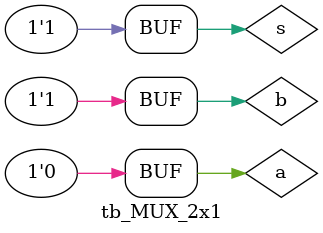
<source format=v>
`timescale 1ns / 1ps


module tb_MUX_2x1;

	// Inputs
	reg a;
	reg b;
	reg s;

	// Outputs
	wire y;

	// Instantiate the Unit Under Test (UUT)
	MUX_2x1 uut (
		.a(a), 
		.b(b), 
		.s(s), 
		.y(y)
	);

	initial begin
	a=0;
	#15 a=1'b1;
	#15 a=1'b0;
	#15 a=1'b1;
	#15 a=1'b0;
	#15 a=1'b1;
	#5  a=1'b0;
	end
	
	initial begin
	b=1;
	#10 b=1'b0;
	#10 b=1'b1;
	#10 b=1'b0;
	#10 b=1'b1;
	#10 b=1'b0;
	#10 b=1'b1;
	#10 b=1'b0;
	#10 b=1'b1;
	end
	
	initial begin
	s=1;
	#20 s=1'b0;
	#20 s=1'b1;
	#20 s=1'b0;
	#20 s=1'b1;
	//#5 s=1'b0;
	//#5 s=1'b1;
	end
	
      
endmodule






















</source>
